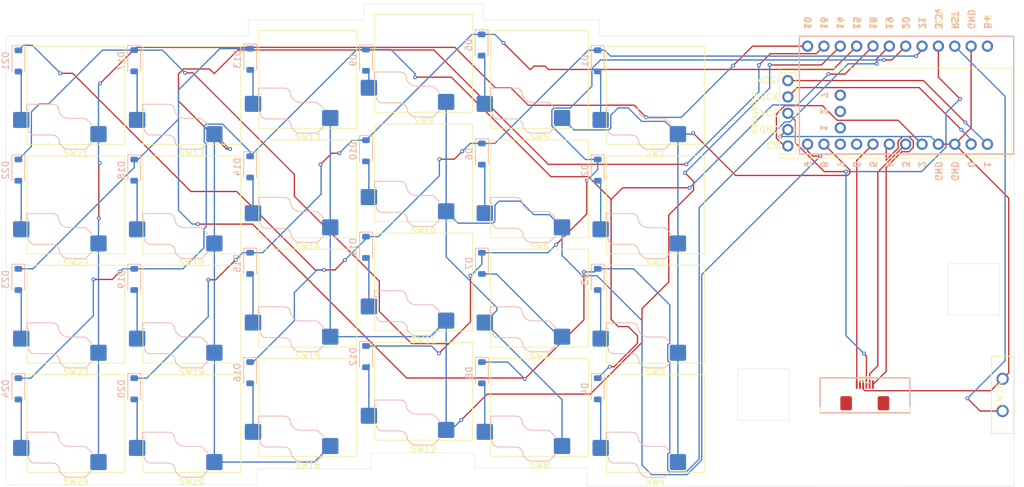
<source format=kicad_pcb>
(kicad_pcb (version 20241229) (generator "pcbnew") (generator_version "9.0")
  (layers (0 "F.Cu" signal) (2 "B.Cu" signal) (13 "F.Paste" user) (15 "B.Paste" user) (5 "F.SilkS" user "F.Silkscreen") (7 "B.SilkS" user "B.Silkscreen") (1 "F.Mask" user) (3 "B.Mask" user) (25 "Edge.Cuts" user))
  (net 0 "")
  (net 1 "Net-(D1-A)")
  (net 2 "/col0")
  (net 3 "Net-(D2-A)")
  (net 4 "/col1")
  (net 5 "Net-(D3-A)")
  (net 6 "/col2")
  (net 7 "Net-(D4-A)")
  (net 8 "/col3")
  (net 9 "Net-(D5-A)")
  (net 10 "/col4")
  (net 11 "Net-(D6-A)")
  (net 12 "Net-(D7-A)")
  (net 13 "Net-(D8-A)")
  (net 14 "Net-(D9-A)")
  (net 15 "Net-(D10-A)")
  (net 16 "Net-(D11-A)")
  (net 17 "Net-(D12-A)")
  (net 18 "Net-(D13-A)")
  (net 19 "Net-(D14-A)")
  (net 20 "Net-(D15-A)")
  (net 21 "Net-(D16-A)")
  (net 22 "Net-(D17-A)")
  (net 23 "Net-(D18-A)")
  (net 24 "Net-(D19-A)")
  (net 25 "Net-(D20-A)")
  (net 26 "Net-(D21-A)")
  (net 27 "/vcc")
  (net 28 "/gnd")
  (net 29 "/mosi")
  (net 30 "/cs")
  (net 31 "/sck")
  (net 32 "/rst")
  (net 33 "/row0")
  (net 34 "/row1")
  (net 35 "/row2")
  (net 36 "/row3")
  (net 37 "/row4")
  (net 42 "/scl")
  (net 43 "/rdy")
  (net 44 "/sda")
  (net 48 "Net-(D22-A)")
  (net 49 "Net-(D23-A)")
  (net 50 "Net-(D24-A)")
  (footprint "Trackballs:TPS43" (layer "F.Cu") (at 209.88 107.65)
    (property "Reference" "U2")
    (property "Value" "~")
  )
  (footprint "ScottoKeebs_Hotswap:Hotswap_Choc_V1_1.00u" (layer "F.Cu") (at 105.35 79.95 180)
    (property "Reference" "SW18")
    (property "Value" "Switch")
  )
  (footprint "ScottoKeebs_Hotswap:Hotswap_Choc_V1_1.00u" (layer "F.Cu") (at 159.35 94.45 180)
    (property "Reference" "SW7")
    (property "Value" "Switch")
  )
  (footprint "ScottoKeebs_Hotswap:Hotswap_Choc_V1_1.00u" (layer "F.Cu") (at 123.35 111.45 180)
    (property "Reference" "SW16")
    (property "Value" "Switch")
  )
  (footprint "ScottoKeebs_Hotswap:Hotswap_Choc_V1_1.00u" (layer "F.Cu") (at 87.35 113.95 180)
    (property "Reference" "SW24")
    (property "Value" "Switch")
  )
  (footprint "ScottoKeebs_Hotswap:Hotswap_Choc_V1_1.00u" (layer "F.Cu") (at 105.35 62.95 180)
    (property "Reference" "SW17")
    (property "Value" "Switch")
  )
  (footprint "ScottoKeebs_Hotswap:Hotswap_Choc_V1_1.00u" (layer "F.Cu") (at 87.35 96.95 180)
    (property "Reference" "SW23")
    (property "Value" "Switch")
  )
  (footprint "ScottoKeebs_Hotswap:Hotswap_Choc_V1_1.00u" (layer "F.Cu") (at 123.35 60.45 180)
    (property "Reference" "SW13")
    (property "Value" "Switch")
  )
  (footprint "ScottoKeebs_Hotswap:Hotswap_Choc_V1_1.00u" (layer "F.Cu") (at 123.35 77.45 180)
    (property "Reference" "SW14")
    (property "Value" "Switch")
  )
  (footprint "ScottoKeebs_Hotswap:Hotswap_Choc_V1_1.00u" (layer "F.Cu") (at 87.35 62.95 180)
    (property "Reference" "SW21")
    (property "Value" "Switch")
  )
  (footprint "ScottoKeebs_Hotswap:Hotswap_Choc_V1_1.00u" (layer "F.Cu") (at 177.35 113.95 180)
    (property "Reference" "SW4")
    (property "Value" "Switch")
  )
  (footprint "ScottoKeebs_Hotswap:Hotswap_Choc_V1_1.00u" (layer "F.Cu") (at 87.35 79.95 180)
    (property "Reference" "SW22")
    (property "Value" "Switch")
  )
  (footprint "ScottoKeebs_Hotswap:Hotswap_Choc_V1_1.00u" (layer "F.Cu") (at 159.35 60.45 180)
    (property "Reference" "SW5")
    (property "Value" "Switch")
  )
  (footprint "nice_view:nice_view" (layer "F.Cu") (at 214.155 65.71 -90)
    (property "Reference" "Display1")
    (property "Value" "nice!view")
  )
  (footprint "ScottoKeebs_Hotswap:Hotswap_Choc_V1_1.00u" (layer "F.Cu") (at 105.35 96.95 180)
    (property "Reference" "SW19")
    (property "Value" "Switch")
  )
  (footprint "ScottoKeebs_Hotswap:Hotswap_Choc_V1_1.00u" (layer "F.Cu") (at 141.35 91.95 180)
    (property "Reference" "SW11")
    (property "Value" "Switch")
  )
  (footprint "ScottoKeebs_Hotswap:Hotswap_Choc_V1_1.00u" (layer "F.Cu") (at 105.35 113.95 180)
    (property "Reference" "SW20")
    (property "Value" "Switch")
  )
  (footprint "ScottoKeebs_Hotswap:Hotswap_Choc_V1_1.00u" (layer "F.Cu") (at 141.35 74.95 180)
    (property "Reference" "SW10")
    (property "Value" "Switch")
  )
  (footprint "ScottoKeebs_Hotswap:Hotswap_Choc_V1_1.00u" (layer "F.Cu") (at 141.35 108.95 180)
    (property "Reference" "SW12")
    (property "Value" "Switch")
  )
  (footprint "ScottoKeebs_Hotswap:Hotswap_Choc_V1_1.00u" (layer "F.Cu") (at 141.35 57.95 180)
    (property "Reference" "SW9")
    (property "Value" "Switch")
  )
  (footprint "ScottoKeebs_Hotswap:Hotswap_Choc_V1_1.00u" (layer "F.Cu") (at 123.35 94.45 180)
    (property "Reference" "SW15")
    (property "Value" "Switch")
  )
  (footprint "Custom Switches:Generic 2 Pin Horizontal" (layer "F.Cu") (at 231.28 109.51 90)
    (property "Reference" "SW26")
    (property "Value" "Switch")
  )
  (footprint "ScottoKeebs_Hotswap:Hotswap_Choc_V1_1.00u" (layer "F.Cu") (at 159.35 77.45 180)
    (property "Reference" "SW6")
    (property "Value" "Switch")
  )
  (footprint "ScottoKeebs_Hotswap:Hotswap_Choc_V1_1.00u" (layer "F.Cu") (at 177.35 62.95 180)
    (property "Reference" "SW1")
    (property "Value" "Switch")
  )
  (footprint "ScottoKeebs_Hotswap:Hotswap_Choc_V1_1.00u" (layer "F.Cu") (at 177.35 79.95 180)
    (property "Reference" "SW2")
    (property "Value" "Switch")
  )
  (footprint "ScottoKeebs_Hotswap:Hotswap_Choc_V1_1.00u" (layer "F.Cu") (at 159.35 111.45 180)
    (property "Reference" "SW8")
    (property "Value" "Switch")
  )
  (footprint "ScottoKeebs_Hotswap:Hotswap_Choc_V1_1.00u" (layer "F.Cu") (at 177.35 96.95 180)
    (property "Reference" "SW3")
    (property "Value" "Switch")
  )
  (footprint "Diode_SMD:D_SOD-123" (layer "B.Cu") (at 168.4 108.55 -90)
    (property "Reference" "D4")
    (property "Value" "Diode")
  )
  (footprint "Diode_SMD:D_SOD-123" (layer "B.Cu") (at 96.4 91.55 -90)
    (property "Reference" "D19")
    (property "Value" "Diode")
  )
  (footprint "Diode_SMD:D_SOD-123" (layer "B.Cu") (at 78.41 57.5775 -90)
    (property "Reference" "D21")
    (property "Value" "Diode")
  )
  (footprint "Diode_SMD:D_SOD-123" (layer "B.Cu") (at 114.4 106.05 -90)
    (property "Reference" "D16")
    (property "Value" "Diode")
  )
  (footprint "Diode_SMD:D_SOD-123" (layer "B.Cu") (at 78.4 74.55 -90)
    (property "Reference" "D22")
    (property "Value" "Diode")
  )
  (footprint "ScottoKeebs_MCU:Nice_Nano_V2" (layer "B.Cu") (at 215.24 62.9 90)
    (property "Reference" "U1" (hide yes))
    (property "Value" "Nice_Nano_V2" (hide yes))
  )
  (footprint "Diode_SMD:D_SOD-123" (layer "B.Cu") (at 132.4 71.55 -90)
    (property "Reference" "D10")
    (property "Value" "Diode")
  )
  (footprint "Diode_SMD:D_SOD-123" (layer "B.Cu") (at 168.4 74.55 -90)
    (property "Reference" "D2")
    (property "Value" "Diode")
  )
  (footprint "Diode_SMD:D_SOD-123" (layer "B.Cu") (at 168.39 57.56 -90)
    (property "Reference" "D1")
    (property "Value" "Diode")
  )
  (footprint "Diode_SMD:D_SOD-123" (layer "B.Cu") (at 96.39 57.54 -90)
    (property "Reference" "D17")
    (property "Value" "Diode")
  )
  (footprint "Diode_SMD:D_SOD-123" (layer "B.Cu") (at 150.4 106.05 -90)
    (property "Reference" "D8")
    (property "Value" "Diode")
  )
  (footprint "Diode_SMD:D_SOD-123" (layer "B.Cu") (at 114.4 74.05 -90)
    (property "Reference" "D14")
    (property "Value" "Diode")
  )
  (footprint "Diode_SMD:D_SOD-123" (layer "B.Cu") (at 150.4 72.05 -90)
    (property "Reference" "D6")
    (property "Value" "Diode")
  )
  (footprint "Diode_SMD:D_SOD-123" (layer "B.Cu") (at 150.36 55.1 -90)
    (property "Reference" "D5")
    (property "Value" "Diode")
  )
  (footprint "Diode_SMD:D_SOD-123" (layer "B.Cu") (at 150.4 89.05 -90)
    (property "Reference" "D7")
    (property "Value" "Diode")
  )
  (footprint "Diode_SMD:D_SOD-123" (layer "B.Cu") (at 132.4 103.55 -90)
    (property "Reference" "D12")
    (property "Value" "Diode")
  )
  (footprint "Diode_SMD:D_SOD-123" (layer "B.Cu") (at 78.4 108.55 -90)
    (property "Reference" "D24")
    (property "Value" "Diode")
  )
  (footprint "Diode_SMD:D_SOD-123" (layer "B.Cu") (at 132.4 86.55 -90)
    (property "Reference" "D11")
    (property "Value" "Diode")
  )
  (footprint "Diode_SMD:D_SOD-123" (layer "B.Cu") (at 78.4 91.55 -90)
    (property "Reference" "D23")
    (property "Value" "Diode")
  )
  (footprint "Diode_SMD:D_SOD-123" (layer "B.Cu") (at 96.4 74.55 -90)
    (property "Reference" "D18")
    (property "Value" "Diode")
  )
  (footprint "Diode_SMD:D_SOD-123" (layer "B.Cu") (at 114.42 57.3125 -90)
    (property "Reference" "D13")
    (property "Value" "Diode")
  )
  (footprint "Diode_SMD:D_SOD-123" (layer "B.Cu") (at 168.4 91.55 -90)
    (property "Reference" "D3")
    (property "Value" "Diode")
  )
  (footprint "Diode_SMD:D_SOD-123" (layer "B.Cu") (at 132.4 57.46 -90)
    (property "Reference" "D9")
    (property "Value" "Diode")
  )
  (footprint "Diode_SMD:D_SOD-123" (layer "B.Cu") (at 96.4 108.55 -90)
    (property "Reference" "D20")
    (property "Value" "Diode")
  )
  (footprint "Diode_SMD:D_SOD-123" (layer "B.Cu") (at 114.4 89.05 -90)
    (property "Reference" "D15")
    (property "Value" "Diode")
  )
  (gr_line (start 114.1 53.7) (end 114.1 51.2) (stroke (width 0.05)) (layer "Edge.Cuts"))
  (gr_line (start 150.6 51.2) (end 168.6 51.2) (stroke (width 0.05)) (layer "Edge.Cuts"))
  (gr_line (start 149.275 120.85) (end 166.775 120.85) (stroke (width 0.05)) (layer "Edge.Cuts"))
  (gr_line (start 233.1 53.7) (end 233.1 71.2) (stroke (width 0.05)) (layer "Edge.Cuts"))
  (gr_line (start 216.6 53.7) (end 168.6 53.7) (stroke (width 0.05)) (layer "Edge.Cuts"))
  (gr_line (start 114.1 51.2) (end 131.775 51.2) (stroke (width 0.05)) (layer "Edge.Cuts"))
  (gr_line (start 115.5 122.725) (end 115.5 121) (stroke (width 0.05)) (layer "Edge.Cuts"))
  (gr_line (start 149.275 118.525) (end 149.275 120.85) (stroke (width 0.05)) (layer "Edge.Cuts"))
  (gr_line (start 130.5 121) (end 133.25 121) (stroke (width 0.05)) (layer "Edge.Cuts"))
  (gr_line (start 150.6 48.7) (end 150.6 51.2) (stroke (width 0.05)) (layer "Edge.Cuts"))
  (gr_line (start 77.1 53.7) (end 76.5 53.7) (stroke (width 0.05)) (layer "Edge.Cuts"))
  (gr_line (start 133.25 118.525) (end 149.275 118.525) (stroke (width 0.05)) (layer "Edge.Cuts"))
  (gr_line (start 76.5 74.75) (end 76.5 123.5) (stroke (width 0.05)) (layer "Edge.Cuts"))
  (gr_line (start 233.1 53.7) (end 216.6 53.7) (stroke (width 0.05)) (layer "Edge.Cuts"))
  (gr_line (start 114.35 123.5) (end 115.5 123.5) (stroke (width 0.05)) (layer "Edge.Cuts"))
  (gr_line (start 233.1 71.2) (end 233.1 123.69) (stroke (width 0.05)) (layer "Edge.Cuts"))
  (gr_line (start 132.1 51.2) (end 131.775 51.2) (stroke (width 0.05)) (layer "Edge.Cuts"))
  (gr_line (start 132.1 48.7) (end 150.6 48.7) (stroke (width 0.05)) (layer "Edge.Cuts"))
  (gr_line (start 130.5 121) (end 115.5 121) (stroke (width 0.05)) (layer "Edge.Cuts"))
  (gr_line (start 115.5 123.5) (end 115.5 122.725) (stroke (width 0.05)) (layer "Edge.Cuts"))
  (gr_line (start 76.5 71.5) (end 76.5 71.2) (stroke (width 0.05)) (layer "Edge.Cuts"))
  (gr_line (start 166.775 120.85) (end 166.775 123.68) (stroke (width 0.05)) (layer "Edge.Cuts"))
  (gr_line (start 76.5 74.75) (end 76.5 71.5) (stroke (width 0.05)) (layer "Edge.Cuts"))
  (gr_line (start 76.5 71.2) (end 76.5 53.7) (stroke (width 0.05)) (layer "Edge.Cuts"))
  (gr_line (start 166.775 123.68) (end 233.1 123.69) (stroke (width 0.05)) (layer "Edge.Cuts"))
  (gr_line (start 132.1 48.7) (end 132.1 51.2) (stroke (width 0.05)) (layer "Edge.Cuts"))
  (gr_line (start 76.5 123.5) (end 77.1 123.5) (stroke (width 0.05)) (layer "Edge.Cuts"))
  (gr_line (start 168.6 51.2) (end 168.6 53.7) (stroke (width 0.05)) (layer "Edge.Cuts"))
  (gr_rect (start 190.12 105.47) (end 198.12 113.47) (stroke (width 0.05)) (fill no) (layer "Edge.Cuts"))
  (gr_line (start 133.25 121) (end 133.25 118.525) (stroke (width 0.05)) (layer "Edge.Cuts"))
  (gr_line (start 114.35 123.5) (end 77.1 123.5) (stroke (width 0.05)) (layer "Edge.Cuts"))
  (gr_line (start 77.1 53.7) (end 114.1 53.7) (stroke (width 0.05)) (layer "Edge.Cuts"))
  (gr_rect (start 222.85 89.1) (end 230.85 97.1) (stroke (width 0.05)) (fill no) (layer "Edge.Cuts"))
  (segment (start 168.85 66.75) (end 168.85 59.67) (width 0.2) (layer "B.Cu") (net 1))
  (segment (start 168.85 59.67) (end 168.39 59.21) (width 0.2) (layer "B.Cu") (net 1))
  (segment (start 125.875 90.075) (end 127.575 90.075) (width 0.2) (layer "F.Cu") (net 2))
  (segment (start 124.521935 90.075) (end 125.875 90.075) (width 0.2) (layer "F.Cu") (net 2))
  (segment (start 127.575 90.075) (end 129.125 88.525) (width 0.2) (layer "F.Cu") (net 2))
  (segment (start 143.8 72.85) (end 146.125 72.85) (width 0.2) (layer "F.Cu") (net 2))
  (segment (start 146.125 72.85) (end 147.35 71.625) (width 0.2) (layer "F.Cu") (net 2))
  (segment (start 84.925 59.5) (end 86.835907 59.5) (width 0.2) (layer "F.Cu") (net 2))
  (segment (start 112.320935 77.874) (end 124.521935 90.075) (width 0.2) (layer "F.Cu") (net 2))
  (segment (start 86.835907 59.5) (end 105.209907 77.874) (width 0.2) (layer "F.Cu") (net 2))
  (segment (start 218.77 55.28) (end 218.77 55.88) (width 0.2) (layer "F.Cu") (net 2))
  (segment (start 105.209907 77.874) (end 112.320935 77.874) (width 0.2) (layer "F.Cu") (net 2))
  (segment (start 218.77 55.88) (end 217.825 56.825) (width 0.2) (layer "F.Cu") (net 2))
  (via (at 217.825 56.825) (size 0.6) (drill 0.3) (layers "F.Cu" "B.Cu") (net 2))
  (via (at 147.35 71.625) (size 0.6) (drill 0.3) (layers "F.Cu" "B.Cu") (net 2))
  (via (at 143.8 72.85) (size 0.6) (drill 0.3) (layers "F.Cu" "B.Cu") (net 2))
  (via (at 129.125 88.525) (size 0.6) (drill 0.3) (layers "F.Cu" "B.Cu") (net 2))
  (via (at 125.875 90.075) (size 0.6) (drill 0.3) (layers "F.Cu" "B.Cu") (net 2))
  (via (at 84.925 59.5) (size 0.6) (drill 0.3) (layers "F.Cu" "B.Cu") (net 2))
  (segment (start 134.335907 84.9) (end 143.8 75.435907) (width 0.2) (layer "B.Cu") (net 2))
  (segment (start 121.274 93.590093) (end 124.789093 90.075) (width 0.2) (layer "B.Cu") (net 2))
  (segment (start 169.46 55.91) (end 168.39 55.91) (width 0.2) (layer "B.Cu") (net 2))
  (segment (start 132.4 84.9) (end 134.335907 84.9) (width 0.2) (layer "B.Cu") (net 2))
  (segment (start 143.8 75.435907) (end 143.8 72.85) (width 0.2) (layer "B.Cu") (net 2))
  (segment (start 152.425 70.4) (end 166.915 55.91) (width 0.2) (layer "B.Cu") (net 2))
  (segment (start 114.853065 104.4) (end 121.274 97.979065) (width 0.2) (layer "B.Cu") (net 2))
  (segment (start 170.375 56.825) (end 169.46 55.91) (width 0.2) (layer "B.Cu") (net 2))
  (segment (start 217.825 56.825) (end 170.375 56.825) (width 0.2) (layer "B.Cu") (net 2))
  (segment (start 78.41 55.9275) (end 79.1985 55.139) (width 0.2) (layer "B.Cu") (net 2))
  (segment (start 129.125 88.525) (end 132.4 85.25) (width 0.2) (layer "B.Cu") (net 2))
  (segment (start 166.915 55.91) (end 168.39 55.91) (width 0.2) (layer "B.Cu") (net 2))
  (segment (start 147.35 71.625) (end 148.575 70.4) (width 0.2) (layer "B.Cu") (net 2))
  (segment (start 150.4 70.4) (end 152.425 70.4) (width 0.2) (layer "B.Cu") (net 2))
  (segment (start 148.575 70.4) (end 150.4 70.4) (width 0.2) (layer "B.Cu") (net 2))
  (segment (start 80.564 55.139) (end 84.925 59.5) (width 0.2) (layer "B.Cu") (net 2))
  (segment (start 114.4 104.4) (end 114.853065 104.4) (width 0.2) (layer "B.Cu") (net 2))
  (segment (start 132.4 85.25) (end 132.4 84.9) (width 0.2) (layer "B.Cu") (net 2))
  (segment (start 124.789093 90.075) (end 125.875 90.075) (width 0.2) (layer "B.Cu") (net 2))
  (segment (start 121.274 97.979065) (end 121.274 93.590093) (width 0.2) (layer "B.Cu") (net 2))
  (segment (start 79.1985 55.139) (end 80.564 55.139) (width 0.2) (layer "B.Cu") (net 2))
  (segment (start 168.85 76.65) (end 168.4 76.2) (width 0.2) (layer "B.Cu") (net 3))
  (segment (start 168.85 83.75) (end 168.85 76.65) (width 0.2) (layer "B.Cu") (net 3))
  (segment (start 161.9 86.15) (end 166.7 81.35) (width 0.2) (layer "F.Cu") (net 4))
  (segment (start 134.474 96.527065) (end 139.471935 101.525) (width 0.2) (layer "F.Cu") (net 4))
  (segment (start 148.625 98.15) (end 148.625 90.975) (width 0.2) (layer "F.Cu") (net 4))
  (segment (start 121.274 78.620935) (end 134.474 91.820935) (width 0.2) (layer "F.Cu") (net 4))
  (segment (start 139.471935 101.525) (end 145.25 101.525) (width 0.2) (layer "F.Cu") (net 4))
  (segment (start 143.725 103.05) (end 145.25 101.525) (width 0.2) (layer "F.Cu") (net 4))
  (segment (start 214.085 57.425) (end 212.825 57.425) (width 0.2) (layer "F.Cu") (net 4))
  (segment (start 166.7 81.35) (end 166.7 76.175) (width 0.2) (layer "F.Cu") (net 4))
  (segment (start 145.25 101.525) (end 148.625 98.15) (width 0.2) (layer "F.Cu") (net 4))
  (segment (start 105.485108 59.425) (end 121.274 75.213892) (width 0.2) (layer "F.Cu") (net 4))
  (segment (start 216.23 55.28) (end 214.085 57.425) (width 0.2) (layer "F.Cu") (net 4))
  (segment (start 134.474 91.820935) (end 134.474 96.527065) (width 0.2) (layer "F.Cu") (net 4))
  (segment (start 104.3 59.425) (end 105.485108 59.425) (width 0.2) (layer "F.Cu") (net 4))
  (segment (start 121.274 75.213892) (end 121.274 78.620935) (width 0.2) (layer "F.Cu") (net 4))
  (via (at 166.7 76.175) (size 0.6) (drill 0.3) (layers "F.Cu" "B.Cu") (net 4))
  (via (at 104.3 59.425) (size 0.6) (drill 0.3) (layers "F.Cu" "B.Cu") (net 4))
  (via (at 148.625 90.975) (size 0.6) (drill 0.3) (layers "F.Cu" "B.Cu") (net 4))
  (via (at 143.725 103.05) (size 0.6) (drill 0.3) (layers "F.Cu" "B.Cu") (net 4))
  (via (at 212.825 57.425) (size 0.6) (drill 0.3) (layers "F.Cu" "B.Cu") (net 4))
  (via (at 161.9 86.15) (size 0.6) (drill 0.3) (layers "F.Cu" "B.Cu") (net 4))
  (segment (start 168.4 74.475) (end 168.4 72.9) (width 0.2) (layer "B.Cu") (net 4))
  (segment (start 161.58984 64.899) (end 161.274 65.21484) (width 0.2) (layer "B.Cu") (net 4))
  (segment (start 148.625 90.975) (end 150.4 89.2) (width 0.2) (layer "B.Cu") (net 4))
  (segment (start 80.426 65.5) (end 81.675 64.251) (width 0.2) (layer "B.Cu") (net 4))
  (segment (start 212.825 57.425) (end 168.82489 57.425) (width 0.2) (layer "B.Cu") (net 4))
  (segment (start 78.4 72.9) (end 80.426 70.874) (width 0.2) (layer "B.Cu") (net 4))
  (segment (start 161.274 65.21484) (end 161.274 67.68516) (width 0.2) (layer "B.Cu") (net 4))
  (segment (start 166.7 76.175) (end 168.4 74.475) (width 0.2) (layer "B.Cu") (net 4))
  (segment (start 91.474093 55.89) (end 96.39 55.89) (width 0.2) (layer "B.Cu") (net 4))
  (segment (start 83.113093 64.251) (end 91.474093 55.89) (width 0.2) (layer "B.Cu") (net 4))
  (segment (start 160.65 87.4) (end 161.9 86.15) (width 0.2) (layer "B.Cu") (net 4))
  (segment (start 96.39 55.89) (end 100.765 55.89) (width 0.2) (layer "B.Cu") (net 4))
  (segment (start 166.48884 72.9) (end 168.4 72.9) (width 0.2) (layer "B.Cu") (net 4))
  (segment (start 167.489 58.76089) (end 167.489 61.52016) (width 0.2) (layer "B.Cu") (net 4))
  (segment (start 164.11016 64.899) (end 161.58984 64.899) (width 0.2) (layer "B.Cu") (net 4))
  (segment (start 81.675 64.251) (end 83.113093 64.251) (width 0.2) (layer "B.Cu") (net 4))
  (segment (start 80.426 70.874) (end 80.426 65.5) (width 0.2) (layer "B.Cu") (net 4))
  (segment (start 167.489 61.52016) (end 164.11016 64.899) (width 0.2) (layer "B.Cu") (net 4))
  (segment (start 142.575 101.9) (end 143.725 103.05) (width 0.2) (layer "B.Cu") (net 4))
  (segment (start 168.82489 57.425) (end 167.489 58.76089) (width 0.2) (layer "B.Cu") (net 4))
  (segment (start 150.4 87.4) (end 160.65 87.4) (width 0.2) (layer "B.Cu") (net 4))
  (segment (start 150.4 89.2) (end 150.4 87.4) (width 0.2) (layer "B.Cu") (net 4))
  (segment (start 132.4 101.9) (end 142.575 101.9) (width 0.2) (layer "B.Cu") (net 4))
  (segment (start 161.274 67.68516) (end 166.48884 72.9) (width 0.2) (layer "B.Cu") (net 4))
  (segment (start 100.765 55.89) (end 104.3 59.425) (width 0.2) (layer "B.Cu") (net 4))
  (segment (start 168.85 93.65) (end 168.4 93.2) (width 0.2) (layer "B.Cu") (net 5))
  (segment (start 168.85 100.75) (end 168.85 93.65) (width 0.2) (layer "B.Cu") (net 5))
  (segment (start 166.25 97.825) (end 166.25 90.375) (width 0.2) (layer "F.Cu") (net 6))
  (segment (start 213.69 55.28) (end 211.75 57.22) (width 0.2) (layer "F.Cu") (net 6))
  (segment (start 106.275 82.95) (end 114.785907 82.95) (width 0.2) (layer "F.Cu") (net 6))
  (segment (start 156.899 106.874) (end 157.05 107.025) (width 0.2) (layer "F.Cu") (net 6))
  (segment (start 138.709907 106.874) (end 156.899 106.874) (width 0.2) (layer "F.Cu") (net 6))
  (segment (start 114.785907 82.95) (end 138.709907 106.874) (width 0.2) (layer "F.Cu") (net 6))
  (segment (start 157.05 107.025) (end 166.25 97.825) (width 0.2) (layer "F.Cu") (net 6))
  (segment (start 211.75 57.22) (end 211.75 58.025) (width 0.2) (layer "F.Cu") (net 6))
  (via (at 166.25 90.375) (size 0.6) (drill 0.3) (layers "F.Cu" "B.Cu") (net 6))
  (via (at 157.05 107.025) (size 0.6) (drill 0.3) (layers "F.Cu" "B.Cu") (net 6))
  (via (at 211.75 58.025) (size 0.6) (drill 0.3) (layers "F.Cu" "B.Cu") (net 6))
  (via (at 106.275 82.95) (size 0.6) (drill 0.3) (layers "F.Cu" "B.Cu") (net 6))
  (segment (start 207.274954 58.025) (end 198.227254 67.0727) (width 0.2) (layer "B.Cu") (net 6))
  (segment (start 166.25 90.375) (end 167.925 90.375) (width 0.2) (layer "B.Cu") (net 6))
  (segment (start 97 72.9) (end 103.274 66.626) (width 0.2) (layer "B.Cu") (net 6))
  (segment (start 109.701593 55.6625) (end 114.42 55.6625) (width 0.2) (layer "B.Cu") (net 6))
  (segment (start 179.58984 101.399) (end 179.58984 95.51484) (width 0.2) (layer "B.Cu") (net 6))
  (segment (start 80.646935 89.9) (end 96.4 74.146935) (width 0.2) (layer "B.Cu") (net 6))
  (segment (start 103.274 66.626) (end 103.274 62.090093) (width 0.2) (layer "B.Cu") (net 6))
  (segment (start 103.274 80.809907) (end 105.414093 82.95) (width 0.2) (layer "B.Cu") (net 6))
  (segment (start 179.58984 95.51484) (end 173.975 89.9) (width 0.2) (layer "B.Cu") (net 6))
  (segment (start 150.4 104.4) (end 154.425 104.4) (width 0.2) (layer "B.Cu") (net 6))
  (segment (start 78.4 89.9) (end 80.646935 89.9) (width 0.2) (layer "B.Cu") (net 6))
  (segment (start 179.274 121.18516) (end 179.274 118.71484) (width 0.2) (layer "B.Cu") (net 6))
  (segment (start 179.274 118.71484) (end 179.58984 118.399) (width 0.2) (layer "B.Cu") (net 6))
  (segment (start 197.437346 67.0727) (end 184.151 80.359046) (width 0.2) (layer "B.Cu") (net 6))
  (segment (start 179.58984 104.501) (end 179.274 104.18516) (width 0.2) (layer "B.Cu") (net 6))
  (segment (start 179.274 101.71484) (end 179.58984 101.399) (width 0.2) (layer "B.Cu") (net 6))
  (segment (start 154.425 104.4) (end 157.05 107.025) (width 0.2) (layer "B.Cu") (net 6))
  (segment (start 179.58984 118.399) (end 179.58984 104.501) (width 0.2) (layer "B.Cu") (net 6))
  (segment (start 211.75 58.025) (end 207.274954 58.025) (width 0.2) (layer "B.Cu") (net 6))
  (segment (start 198.227254 67.0727) (end 197.437346 67.0727) (width 0.2) (layer "B.Cu") (net 6))
  (segment (start 167.925 90.375) (end 168.4 89.9) (width 0.2) (layer "B.Cu") (net 6))
  (segment (start 179.58984 121.501) (end 179.274 121.18516) (width 0.2) (layer "B.Cu") (net 6))
  (segment (start 179.274 104.18516) (end 179.274 101.71484) (width 0.2) (layer "B.Cu") (net 6))
  (segment (start 182.11016 121.501) (end 179.58984 121.501) (width 0.2) (layer "B.Cu") (net 6))
  (segment (start 96.4 74.146935) (end 96.4 72.9) (width 0.2) (layer "B.Cu") (net 6))
  (segment (start 103.274 62.090093) (end 109.701593 55.6625) (width 0.2) (layer "B.Cu") (net 6))
  (segment (start 184.151 80.359046) (end 184.151 119.46016) (width 0.2) (layer "B.Cu") (net 6))
  (segment (start 103.274 66.626) (end 103.274 80.809907) (width 0.2) (layer "B.Cu") (net 6))
  (segment (start 105.414093 82.95) (end 106.275 82.95) (width 0.2) (layer "B.Cu") (net 6))
  (segment (start 173.975 89.9) (end 168.4 89.9) (width 0.2) (layer "B.Cu") (net 6))
  (segment (start 184.151 119.46016) (end 182.11016 121.501) (width 0.2) (layer "B.Cu") (net 6))
  (segment (start 96.4 72.9) (end 97 72.9) (width 0.2) (layer "B.Cu") (net 6))
  (segment (start 168.85 110.65) (end 168.4 110.2) (width 0.2) (layer "B.Cu") (net 7))
  (segment (start 168.85 117.75) (end 168.85 110.65) (width 0.2) (layer "B.Cu") (net 7))
  (segment (start 170.474 97.775065) (end 171.572935 98.874) (width 0.2) (layer "F.Cu") (net 8))
  (segment (start 161.134108 75.574) (end 166.948943 75.574) (width 0.2) (layer "F.Cu") (net 8))
  (segment (start 211.15 55.28) (end 206.805 59.625) (width 0.2) (layer "F.Cu") (net 8))
  (segment (start 172.273057 77.3) (end 170.474 79.099057) (width 0.2) (layer "F.Cu") (net 8))
  (segment (start 170.925 105.125) (end 174.575 101.475) (width 0.2) (layer "F.Cu") (net 8))
  (segment (start 92.975 91.55) (end 94.2 90.325) (width 0.2) (layer "F.Cu") (net 8))
  (segment (start 171.572935 98.874) (end 173.127065 98.874) (width 0.2) (layer "F.Cu") (net 8))
  (segment (start 174.575 100.321935) (end 174.575 101.475) (width 0.2) (layer "F.Cu") (net 8))
  (segment (start 170.474 79.099057) (end 170.474 97.775065) (width 0.2) (layer "F.Cu") (net 8))
  (segment (start 206.805 59.625) (end 204.225 59.625) (width 0.2) (layer "F.Cu") (net 8))
  (segment (start 90.05 91.55) (end 92.975 91.55) (width 0.2) (layer "F.Cu") (net 8))
  (segment (start 182.675 77.3) (end 172.273057 77.3) (width 0.2) (layer "F.Cu") (net 8))
  (segment (start 145.660108 60.1) (end 161.134108 75.574) (width 0.2) (layer "F.Cu") (net 8))
  (segment (start 173.127065 98.874) (end 174.575 100.321935) (width 0.2) (layer "F.Cu") (net 8))
  (segment (start 166.948943 75.574) (end 170.474 79.099057) (width 0.2) (layer "F.Cu") (net 8))
  (segment (start 170.275 105.125) (end 170.925 105.125) (width 0.2) (layer "F.Cu") (net 8))
  (segment (start 140.025 60.1) (end 145.660108 60.1) (width 0.2) (layer "F.Cu") (net 8))
  (via (at 170.275 105.125) (size 0.6) (drill 0.3) (layers "F.Cu" "B.Cu") (net 8))
  (via (at 182.675 77.3) (size 0.6) (drill 0.3) (layers "F.Cu" "B.Cu") (net 8))
  (via (at 140.025 60.1) (size 0.6) (drill 0.3) (layers "F.Cu" "B.Cu") (net 8))
  (via (at 90.05 91.55) (size 0.6) (drill 0.3) (layers "F.Cu" "B.Cu") (net 8))
  (via (at 94.2 90.325) (size 0.6) (drill 0.3) (layers "F.Cu" "B.Cu") (net 8))
  (via (at 204.225 59.625) (size 0.6) (drill 0.3) (layers "F.Cu" "B.Cu") (net 8))
  (segment (start 204.225 59.625) (end 199.425 64.425) (width 0.2) (layer "B.Cu") (net 8))
  (segment (start 168.4 106.9) (end 170.175 105.125) (width 0.2) (layer "B.Cu") (net 8))
  (segment (start 103.953065 89.9) (end 107.226 86.627065) (width 0.2) (layer "B.Cu") (net 8))
  (segment (start 110.124 67.399) (end 114.4 71.675) (width 0.2) (layer "B.Cu") (net 8))
  (segment (start 107.58984 83.33516) (end 107.58984 70.501) (width 0.2) (layer "B.Cu") (net 8))
  (segment (start 107.274 67.71484) (end 107.58984 67.399) (width 0.2) (layer "B.Cu") (net 8))
  (segment (start 107.58984 67.399) (end 110.124 67.399) (width 0.2) (layer "B.Cu") (net 8))
  (segment (start 96.4 89.9) (end 103.953065 89.9) (width 0.2) (layer "B.Cu") (net 8))
  (segment (start 107.274 70.18516) (end 107.274 67.71484) (width 0.2) (layer "B.Cu") (net 8))
  (segment (start 107.58984 70.501) (end 107.274 70.18516) (width 0.2) (layer "B.Cu") (net 8))
  (segment (start 94.625 89.9) (end 96.4 89.9) (width 0.2) (layer "B.Cu") (net 8))
  (segment (start 80.335907 106.9) (end 90.05 97.185907) (width 0.2) (layer "B.Cu") (net 8))
  (segment (start 136.274093 55.81) (end 140.025 59.560907) (width 0.2) (layer "B.Cu") (net 8))
  (segment (start 132.4 55.81) (end 136.274093 55.81) (width 0.2) (layer "B.Cu") (net 8))
  (segment (start 90.05 97.185907) (end 90.05 91.55) (width 0.2) (layer "B.Cu") (net 8))
  (segment (start 107.226 86.627065) (end 107.226 83.699) (width 0.2) (layer "B.Cu") (net 8))
  (segment (start 130.99 55.81) (end 132.4 55.81) (width 0.2) (layer "B.Cu") (net 8))
  (segment (start 195.55 64.425) (end 182.675 77.3) (width 0.2) (layer "B.Cu") (net 8))
  (segment (start 94.2 90.325) (end 94.625 89.9) (width 0.2) (layer "B.Cu") (net 8))
  (segment (start 114.4 71.675) (end 114.4 72.4) (width 0.2) (layer "B.Cu") (net 8))
  (segment (start 170.175 105.125) (end 170.275 105.125) (width 0.2) (layer "B.Cu") (net 8))
  (segment (start 199.425 64.425) (end 195.55 64.425) (width 0.2) (layer "B.Cu") (net 8))
  (segment (start 114.4 72.4) (end 130.99 55.81) (width 0.2) (layer "B.Cu") (net 8))
  (segment (start 107.226 83.699) (end 107.58984 83.33516) (width 0.2) (layer "B.Cu") (net 8))
  (segment (start 140.025 59.560907) (end 140.025 60.1) (width 0.2) (layer "B.Cu") (net 8))
  (segment (start 78.4 106.9) (end 80.335907 106.9) (width 0.2) (layer "B.Cu") (net 8))
  (segment (start 150.85 57.24) (end 150.36 56.75) (width 0.2) (layer "B.Cu") (net 9))
  (segment (start 150.85 64.25) (end 150.85 57.24) (width 0.2) (layer "B.Cu") (net 9))
  (segment (start 160.735907 58.9) (end 160.209907 58.374) (width 0.2) (layer "F.Cu") (net 10))
  (segment (start 157.964093 58.9) (end 157.875 58.9) (width 0.2) (layer "F.Cu") (net 10))
  (segment (start 158.490093 58.374) (end 157.964093 58.9) (width 0.2) (layer "F.Cu") (net 10))
  (segment (start 125.325 73.675) (end 127.075 71.925) (width 0.2) (layer "F.Cu") (net 10))
  (segment (start 127.075 71.925) (end 128.25 71.925) (width 0.2) (layer "F.Cu") (net 10))
  (segment (start 204.99 58.9) (end 160.735907 58.9) (width 0.2) (layer "F.Cu") (net 10))
  (segment (start 109.05 91.6) (end 112.15 88.5) (width 0.2) (layer "F.Cu") (net 10))
  (segment (start 208.61 55.28) (end 204.99 58.9) (width 0.2) (layer "F.Cu") (net 10))
  (segment (start 107.9 91.6) (end 109.05 91.6) (width 0.2) (layer "F.Cu") (net 10))
  (segment (start 160.209907 58.374) (end 158.490093 58.374) (width 0.2) (layer "F.Cu") (net 10))
  (segment (start 157.875 58.9) (end 153.75 54.775) (width 0.2) (layer "F.Cu") (net 10))
  (via (at 153.75 54.775) (size 0.6) (drill 0.3) (layers "F.Cu" "B.Cu") (net 10))
  (via (at 125.325 73.675) (size 0.6) (drill 0.3) (layers "F.Cu" "B.Cu") (net 10))
  (via (at 107.9 91.6) (size 0.6) (drill 0.3) (layers "F.Cu" "B.Cu") (net 10))
  (via (at 112.15 88.5) (size 0.6) (drill 0.3) (layers "F.Cu" "B.Cu") (net 10))
  (via (at 128.25 71.925) (size 0.6) (drill 0.3) (layers "F.Cu" "B.Cu") (net 10))
  (segment (start 148.85 53.45) (end 150.36 53.45) (width 0.2) (layer "B.Cu") (net 10))
  (segment (start 153.75 54.775) (end 152.425 53.45) (width 0.2) (layer "B.Cu") (net 10))
  (segment (start 113.25 87.4) (end 114.4 87.4) (width 0.2) (layer "B.Cu") (net 10))
  (segment (start 128.25 71.925) (end 130.275 69.9) (width 0.2) (layer "B.Cu") (net 10))
  (segment (start 96.4 106.9) (end 98.335907 106.9) (width 0.2) (layer "B.Cu") (net 10))
  (segment (start 114.4 87.4) (end 116.335907 87.4) (width 0.2) (layer "B.Cu") (net 10))
  (segment (start 116.335907 87.4) (end 125.426 78.309907) (width 0.2) (layer "B.Cu") (net 10))
  (segment (start 132.4 69.9) (end 148.85 53.45) (width 0.2) (layer "B.Cu") (net 10))
  (segment (start 152.425 53.45) (end 150.36 53.45) (width 0.2) (layer "B.Cu") (net 10))
  (segment (start 125.426 73.776) (end 125.325 73.675) (width 0.2) (layer "B.Cu") (net 10))
  (segment (start 112.15 88.5) (end 113.25 87.4) (width 0.2) (layer "B.Cu") (net 10))
  (segment (start 130.275 69.9) (end 132.4 69.9) (width 0.2) (layer "B.Cu") (net 10))
  (segment (start 107.9 97.335907) (end 107.9 91.6) (width 0.2) (layer "B.Cu") (net 10))
  (segment (start 125.426 78.309907) (end 125.426 73.776) (width 0.2) (layer "B.Cu") (net 10))
  (segment (start 98.335907 106.9) (end 107.9 97.335907) (width 0.2) (layer "B.Cu") (net 10))
  (segment (start 150.85 81.25) (end 150.85 74.15) (width 0.2) (layer "B.Cu") (net 11))
  (segment (start 150.85 74.15) (end 150.4 73.7) (width 0.2) (layer "B.Cu") (net 11))
  (segment (start 162.414093 100.45) (end 152.664093 90.7) (width 0.2) (layer "B.Cu") (net 12))
  (segment (start 152.664093 90.7) (end 150.4 90.7) (width 0.2) (layer "B.Cu") (net 12))
  (segment (start 162.85 100.45) (end 162.414093 100.45) (width 0.2) (layer "B.Cu") (net 12))
  (segment (start 150.85 115.25) (end 150.85 108.15) (width 0.2) (layer "B.Cu") (net 13))
  (segment (start 150.85 108.15) (end 150.4 107.7) (width 0.2) (layer "B.Cu") (net 13))
  (segment (start 132.85 59.56) (end 132.4 59.11) (width 0.2) (layer "B.Cu") (net 14))
  (segment (start 132.85 61.75) (end 132.85 59.56) (width 0.2) (layer "B.Cu") (net 14))
  (segment (start 132.85 73.65) (end 132.4 73.2) (width 0.2) (layer "B.Cu") (net 15))
  (segment (start 132.85 78.75) (end 132.85 73.65) (width 0.2) (layer "B.Cu") (net 15))
  (segment (start 132.85 88.65) (end 132.4 88.2) (width 0.2) (layer "B.Cu") (net 16))
  (segment (start 132.85 95.75) (end 132.85 88.65) (width 0.2) (layer "B.Cu") (net 16))
  (segment (start 132.85 112.75) (end 132.85 104.77) (width 0.2) (layer "B.Cu") (net 17))
  (segment (start 132.85 104.77) (end 132.88 104.74) (width 0.2) (layer "B.Cu") (net 17))
  (segment (start 114.85 59.3925) (end 114.42 58.9625) (width 0.2) (layer "B.Cu") (net 18))
  (segment (start 114.85 64.25) (end 114.85 59.3925) (width 0.2) (layer "B.Cu") (net 18))
  (segment (start 114.85 76.15) (end 114.4 75.7) (width 0.2) (layer "B.Cu") (net 19))
  (segment (start 114.85 81.25) (end 114.85 76.15) (width 0.2) (layer "B.Cu") (net 19))
  (segment (start 114.85 91.15) (end 114.4 90.7) (width 0.2) (layer "B.Cu") (net 20))
  (segment (start 114.85 98.25) (end 114.85 91.15) (width 0.2) (layer "B.Cu") (net 20))
  (segment (start 114.85 108.15) (end 114.4 107.7) (width 0.2) (layer "B.Cu") (net 21))
  (segment (start 114.85 115.25) (end 114.85 108.15) (width 0.2) (layer "B.Cu") (net 21))
  (segment (start 96.85 66.75) (end 96.85 59.65) (width 0.2) (layer "B.Cu") (net 22))
  (segment (start 96.85 59.65) (end 96.39 59.19) (width 0.2) (layer "B.Cu") (net 22))
  (segment (start 96.85 76.65) (end 96.4 76.2) (width 0.2) (layer "B.Cu") (net 23))
  (segment (start 96.85 83.75) (end 96.85 76.65) (width 0.2) (layer "B.Cu") (net 23))
  (segment (start 96.85 100.75) (end 96.85 93.65) (width 0.2) (layer "B.Cu") (net 24))
  (segment (start 96.85 93.65) (end 96.4 93.2) (width 0.2) (layer "B.Cu") (net 24))
  (segment (start 96.85 110.65) (end 96.4 110.2) (width 0.2) (layer "B.Cu") (net 25))
  (segment (start 96.85 117.75) (end 96.85 110.65) (width 0.2) (layer "B.Cu") (net 25))
  (segment (start 78.85 59.6675) (end 78.41 59.2275) (width 0.2) (layer "B.Cu") (net 26))
  (segment (start 78.85 66.75) (end 78.85 59.6675) (width 0.2) (layer "B.Cu") (net 26))
  (segment (start 221.31 60.11) (end 224.675 63.475) (width 0.2) (layer "F.Cu") (net 27))
  (segment (start 210.13 107.9) (end 210.13 103.46) (width 0.2) (layer "F.Cu") (net 27))
  (segment (start 221.31 55.28) (end 221.31 60.11) (width 0.2) (layer "F.Cu") (net 27))
  (segment (start 210.13 103.46) (end 209.74 103.07) (width 0.2) (layer "F.Cu") (net 27))
  (segment (start 197.925 65.71) (end 199.1023 66.8873) (width 0.2) (layer "F.Cu") (net 27))
  (segment (start 199.1023 70.297254) (end 199.1023 66.8873) (width 0.2) (layer "F.Cu") (net 27))
  (segment (start 206.95 74.78) (end 203.585046 74.78) (width 0.2) (layer "F.Cu") (net 27))
  (segment (start 203.585046 74.78) (end 199.1023 70.297254) (width 0.2) (layer "F.Cu") (net 27))
  (via (at 206.95 74.78) (size 0.6) (drill 0.3) (layers "F.Cu" "B.Cu") (net 27))
  (via (at 209.74 103.07) (size 0.6) (drill 0.3) (layers "F.Cu" "B.Cu") (net 27))
  (via (at 224.675 63.475) (size 0.6) (drill 0.3) (layers "F.Cu" "B.Cu") (net 27))
  (segment (start 224.675 63.475) (end 222.4873 65.6627) (width 0.2) (layer "B.Cu") (net 27))
  (segment (start 209.74 103.07) (end 206.95 100.28) (width 0.2) (layer "B.Cu") (net 27))
  (segment (start 222.4873 65.6627) (end 222.4873 71.007654) (width 0.2) (layer "B.Cu") (net 27))
  (segment (start 218.714954 74.78) (end 206.95 74.78) (width 0.2) (layer "B.Cu") (net 27))
  (segment (start 206.95 100.28) (end 206.95 74.78) (width 0.2) (layer "B.Cu") (net 27))
  (segment (start 222.4873 71.007654) (end 218.714954 74.78) (width 0.2) (layer "B.Cu") (net 27))
  (segment (start 232.2325 78.9025) (end 223.85 70.52) (width 0.2) (layer "F.Cu") (net 28))
  (segment (start 226.39 55.28) (end 226.39 67.98) (width 0.2) (layer "F.Cu") (net 28))
  (segment (start 232.2325 106.0575) (end 232.2325 78.9025) (width 0.2) (layer "F.Cu") (net 28))
  (segment (start 221.31 70.52) (end 223.85 70.52) (width 0.2) (layer "F.Cu") (net 28))
  (segment (start 197.925 68.25) (end 197.825 68.25) (width 0.2) (layer "F.Cu") (net 28))
  (segment (start 209.880434 108.851) (end 229.439 108.851) (width 0.2) (layer "F.Cu") (net 28))
  (segment (start 197.825 68.25) (end 196.75 69.325) (width 0.2) (layer "F.Cu") (net 28))
  (segment (start 209.63 108.600566) (end 209.880434 108.851) (width 0.2) (layer "F.Cu") (net 28))
  (segment (start 226.39 67.98) (end 223.85 70.52) (width 0.2) (layer "F.Cu") (net 28))
  (segment (start 231.28 107.01) (end 232.2325 106.0575) (width 0.2) (layer "F.Cu") (net 28))
  (segment (start 229.439 108.851) (end 231.28 107.01) (width 0.2) (layer "F.Cu") (net 28))
  (segment (start 209.63 107.9) (end 209.63 108.600566) (width 0.2) (layer "F.Cu") (net 28))
  (via (at 196.75 69.325) (size 0.6) (drill 0.3) (layers "F.Cu" "B.Cu") (net 28))
  (segment (start 196.75 69.325) (end 220.115 69.325) (width 0.2) (layer "B.Cu") (net 28))
  (segment (start 220.115 69.325) (end 221.31 70.52) (width 0.2) (layer "B.Cu") (net 28))
  (segment (start 218.98 60.63) (end 225.5 67.15) (width 0.2) (layer "F.Cu") (net 29))
  (segment (start 197.925 60.63) (end 218.98 60.63) (width 0.2) (layer "F.Cu") (net 29))
  (via (at 225.5 67.15) (size 0.6) (drill 0.3) (layers "F.Cu" "B.Cu") (net 29))
  (segment (start 225.5 67.15) (end 227.325 68.975) (width 0.2) (layer "B.Cu") (net 29))
  (segment (start 227.325 68.975) (end 227.385 68.975) (width 0.2) (layer "B.Cu") (net 29))
  (segment (start 227.385 68.975) (end 228.93 70.52) (width 0.2) (layer "B.Cu") (net 29))
  (segment (start 205.582346 66.8027) (end 215.0527 66.8027) (width 0.2) (layer "F.Cu") (net 30))
  (segment (start 197.437346 64.5327) (end 203.312346 64.5327) (width 0.2) (layer "F.Cu") (net 30))
  (segment (start 196.149 69.573943) (end 196.149 65.821046) (width 0.2) (layer "F.Cu") (net 30))
  (segment (start 203.312346 64.5327) (end 205.582346 66.8027) (width 0.2) (layer "F.Cu") (net 30))
  (segment (start 197.365057 70.79) (end 196.149 69.573943) (width 0.2) (layer "F.Cu") (net 30))
  (segment (start 215.0527 66.8027) (end 218.77 70.52) (width 0.2) (layer "F.Cu") (net 30))
  (segment (start 196.149 65.821046) (end 197.437346 64.5327) (width 0.2) (layer "F.Cu") (net 30))
  (segment (start 197.925 70.79) (end 197.365057 70.79) (width 0.2) (layer "F.Cu") (net 30))
  (segment (start 199.3723 61.7227) (end 218.3227 61.7227) (width 0.2) (layer "F.Cu") (net 31))
  (segment (start 218.3227 61.7227) (end 224.875 68.275) (width 0.2) (layer "F.Cu") (net 31))
  (segment (start 197.925 63.17) (end 199.3723 61.7227) (width 0.2) (layer "F.Cu") (net 31))
  (via (at 224.875 68.275) (size 0.6) (drill 0.3) (layers "F.Cu" "B.Cu") (net 31))
  (segment (start 226.39 69.79) (end 226.39 70.52) (width 0.2) (layer "B.Cu") (net 31))
  (segment (start 224.875 68.275) (end 226.39 69.79) (width 0.2) (layer "B.Cu") (net 31))
  (segment (start 227.79 112.01) (end 225.82 110.04) (width 0.2) (layer "F.Cu") (net 32))
  (segment (start 231.28 112.01) (end 227.79 112.01) (width 0.2) (layer "F.Cu") (net 32))
  (via (at 225.82 110.04) (size 0.6) (drill 0.3) (layers "F.Cu" "B.Cu") (net 32))
  (segment (start 231.669 104.191) (end 231.669 63.099) (width 0.2) (layer "B.Cu") (net 32))
  (segment (start 231.669 63.099) (end 223.85 55.28) (width 0.2) (layer "B.Cu") (net 32))
  (segment (start 225.82 110.04) (end 231.669 104.191) (width 0.2) (layer "B.Cu") (net 32))
  (segment (start 207.551 75.028943) (end 207.198943 75.381) (width 0.2) (layer "F.Cu") (net 33))
  (segment (start 189.806 75.381) (end 183.225 68.8) (width 0.2) (layer "F.Cu") (net 33))
  (segment (start 207.551 74.531057) (end 207.551 75.028943) (width 0.2) (layer "F.Cu") (net 33))
  (segment (start 203.53 70.52) (end 203.539943 70.52) (width 0.2) (layer "F.Cu") (net 33))
  (segment (start 203.539943 70.52) (end 207.551 74.531057) (width 0.2) (layer "F.Cu") (net 33))
  (segment (start 207.198943 75.381) (end 189.806 75.381) (width 0.2) (layer "F.Cu") (net 33))
  (via (at 183.225 68.8) (size 0.6) (drill 0.3) (layers "F.Cu" "B.Cu") (net 33))
  (segment (start 164.701 68.301) (end 162.85 66.45) (width 0.2) (layer "B.Cu") (net 33))
  (segment (start 178.874 66.974) (end 175.227065 66.974) (width 0.2) (layer "B.Cu") (net 33))
  (segment (start 170.426 67.98516) (end 170.11016 68.301) (width 0.2) (layer "B.Cu") (net 33))
  (segment (start 173.127065 64.874) (end 171.572935 64.874) (width 0.2) (layer "B.Cu") (net 33))
  (segment (start 180.85 68.95) (end 178.874 66.974) (width 0.2) (layer "B.Cu") (net 33))
  (segment (start 175.227065 66.974) (end 173.127065 64.874) (width 0.2) (layer "B.Cu") (net 33))
  (segment (start 180.85 102.95) (end 180.85 85.95) (width 0.2) (layer "B.Cu") (net 33))
  (segment (start 170.11016 68.301) (end 164.701 68.301) (width 0.2) (layer "B.Cu") (net 33))
  (segment (start 183.225 68.8) (end 183.075 68.95) (width 0.2) (layer "B.Cu") (net 33))
  (segment (start 180.85 119.95) (end 180.85 102.95) (width 0.2) (layer "B.Cu") (net 33))
  (segment (start 171.572935 64.874) (end 170.426 66.020935) (width 0.2) (layer "B.Cu") (net 33))
  (segment (start 170.426 66.020935) (end 170.426 67.98516) (width 0.2) (layer "B.Cu") (net 33))
  (segment (start 183.075 68.95) (end 180.85 68.95) (width 0.2) (layer "B.Cu") (net 33))
  (segment (start 180.85 85.95) (end 180.85 68.95) (width 0.2) (layer "B.Cu") (net 33))
  (segment (start 201.8 72.375) (end 202.975 72.375) (width 0.2) (layer "F.Cu") (net 34))
  (segment (start 200.99 71.565) (end 201.8 72.375) (width 0.2) (layer "F.Cu") (net 34))
  (segment (start 200.99 70.52) (end 200.99 71.565) (width 0.2) (layer "F.Cu") (net 34))
  (via (at 202.975 72.375) (size 0.6) (drill 0.3) (layers "F.Cu" "B.Cu") (net 34))
  (segment (start 152.726 95.925943) (end 144.85 88.049943) (width 0.2) (layer "B.Cu") (net 34))
  (segment (start 146.701 82.801) (end 144.85 80.95) (width 0.2) (layer "B.Cu") (net 34))
  (segment (start 158.476 81.474) (end 156.376 79.374) (width 0.2) (layer "B.Cu") (net 34))
  (segment (start 152.726 96.374) (end 152.726 95.925943) (width 0.2) (layer "B.Cu") (net 34))
  (segment (start 168.2911 90.976) (end 166.001057 90.976) (width 0.2) (layer "B.Cu") (net 34))
  (segment (start 162.85 87.824943) (end 162.85 83.45) (width 0.2) (layer "B.Cu") (net 34))
  (segment (start 182.27626 121.902) (end 176.748935 121.902) (width 0.2) (layer "B.Cu") (net 34))
  (segment (start 153.06684 79.374) (end 152.426 80.01484) (width 0.2) (layer "B.Cu") (net 34))
  (segment (start 202.975 72.375) (end 184.552 90.798) (width 0.2) (layer "B.Cu") (net 34))
  (segment (start 175.274 120.427065) (end 175.274 97.9589) (width 0.2) (layer "B.Cu") (net 34))
  (segment (start 184.552 90.798) (end 184.552 119.62626) (width 0.2) (layer "B.Cu") (net 34))
  (segment (start 144.85 88.049943) (end 144.85 80.95) (width 0.2) (layer "B.Cu") (net 34))
  (segment (start 160.874 81.474) (end 158.476 81.474) (width 0.2) (layer "B.Cu") (net 34))
  (segment (start 152.426 82.48516) (end 152.11016 82.801) (width 0.2) (layer "B.Cu") (net 34))
  (segment (start 162.85 83.45) (end 160.874 81.474) (width 0.2) (layer "B.Cu") (net 34))
  (segment (start 150.85 98.25) (end 152.726 96.374) (width 0.2) (layer "B.Cu") (net 34))
  (segment (start 162.85 117.45) (end 162.85 110.25) (width 0.2) (layer "B.Cu") (net 34))
  (segment (start 176.748935 121.902) (end 175.274 120.427065) (width 0.2) (layer "B.Cu") (net 34))
  (segment (start 175.274 97.9589) (end 168.2911 90.976) (width 0.2) (layer "B.Cu") (net 34))
  (segment (start 144.85 80.95) (end 144.85 63.95) (width 0.2) (layer "B.Cu") (net 34))
  (segment (start 156.376 79.374) (end 153.06684 79.374) (width 0.2) (layer "B.Cu") (net 34))
  (segment (start 162.85 110.25) (end 150.85 98.25) (width 0.2) (layer "B.Cu") (net 34))
  (segment (start 184.552 119.62626) (end 182.27626 121.902) (width 0.2) (layer "B.Cu") (net 34))
  (segment (start 166.001057 90.976) (end 162.85 87.824943) (width 0.2) (layer "B.Cu") (net 34))
  (segment (start 152.426 80.01484) (end 152.426 82.48516) (width 0.2) (layer "B.Cu") (net 34))
  (segment (start 152.11016 82.801) (end 146.701 82.801) (width 0.2) (layer "B.Cu") (net 34))
  (segment (start 203.15 58.2) (end 195.1 58.2) (width 0.2) (layer "F.Cu") (net 35))
  (segment (start 179.426 81.534108) (end 179.426 91.938093) (width 0.2) (layer "F.Cu") (net 35))
  (segment (start 179.426 91.938093) (end 175.274 96.090093) (width 0.2) (layer "F.Cu") (net 35))
  (segment (start 167.2431 109.374) (end 151.226 109.374) (width 0.2) (layer "F.Cu") (net 35))
  (segment (start 181.95 74.975) (end 183.276 76.301) (width 0.2) (layer "F.Cu") (net 35))
  (segment (start 183.276 76.301) (end 183.276 77.684108) (width 0.2) (layer "F.Cu") (net 35))
  (segment (start 183.276 77.684108) (end 179.426 81.534108) (width 0.2) (layer "F.Cu") (net 35))
  (segment (start 151.226 109.374) (end 147.2 113.4) (width 0.2) (layer "F.Cu") (net 35))
  (segment (start 175.274 96.090093) (end 175.274 101.3431) (width 0.2) (layer "F.Cu") (net 35))
  (segment (start 206.07 55.28) (end 203.15 58.2) (width 0.2) (layer "F.Cu") (net 35))
  (segment (start 175.274 101.3431) (end 167.2431 109.374) (width 0.2) (layer "F.Cu") (net 35))
  (via (at 147.2 113.4) (size 0.6) (drill 0.3) (layers "F.Cu" "B.Cu") (net 35))
  (via (at 195.1 58.2) (size 0.6) (drill 0.3) (layers "F.Cu" "B.Cu") (net 35))
  (via (at 181.95 74.975) (size 0.6) (drill 0.3) (layers "F.Cu" "B.Cu") (net 35))
  (segment (start 145.65 114.95) (end 144.85 114.95) (width 0.2) (layer "B.Cu") (net 35))
  (segment (start 195.1 58.2) (end 195.1 61.825) (width 0.2) (layer "B.Cu") (net 35))
  (segment (start 147.2 113.4) (end 145.65 114.95) (width 0.2) (layer "B.Cu") (net 35))
  (segment (start 142.35 100.45) (end 126.85 100.45) (width 0.2) (layer "B.Cu") (net 35))
  (segment (start 126.85 100.45) (end 126.85 83.45) (width 0.2) (layer "B.Cu") (net 35))
  (segment (start 195.1 61.825) (end 181.95 74.975) (width 0.2) (layer "B.Cu") (net 35))
  (segment (start 144.85 97.95) (end 142.35 100.45) (width 0.2) (layer "B.Cu") (net 35))
  (segment (start 144.85 97.95) (end 144.85 114.95) (width 0.2) (layer "B.Cu") (net 35))
  (segment (start 126.85 83.45) (end 126.85 66.45) (width 0.2) (layer "B.Cu") (net 35))
  (segment (start 108.825 59.55) (end 108.099 58.824) (width 0.2) (layer "F.Cu") (net 36))
  (segment (start 112.501 55.874) (end 108.825 59.55) (width 0.2) (layer "F.Cu") (net 36))
  (segment (start 195.1927 56.4573) (end 193.425 58.225) (width 0.2) (layer "F.Cu") (net 36))
  (segment (start 202.3527 56.4573) (end 195.1927 56.4573) (width 0.2) (layer "F.Cu") (net 36))
  (segment (start 108.099 58.824) (end 104.051057 58.824) (width 0.2) (layer "F.Cu") (net 36))
  (segment (start 160.710108 73.65) (end 142.934108 55.874) (width 0.2) (layer "F.Cu") (net 36))
  (segment (start 182.15 73.65) (end 160.710108 73.65) (width 0.2) (layer "F.Cu") (net 36))
  (segment (start 103.274 63.809907) (end 110.739093 71.275) (width 0.2) (layer "F.Cu") (net 36))
  (segment (start 104.051057 58.824) (end 103.274 59.601057) (width 0.2) (layer "F.Cu") (net 36))
  (segment (start 103.274 59.601057) (end 103.274 63.809907) (width 0.2) (layer "F.Cu") (net 36))
  (segment (start 142.934108 55.874) (end 112.501 55.874) (width 0.2) (layer "F.Cu") (net 36))
  (segment (start 110.739093 71.275) (end 111.3 71.275) (width 0.2) (layer "F.Cu") (net 36))
  (segment (start 203.53 55.28) (end 202.3527 56.4573) (width 0.2) (layer "F.Cu") (net 36))
  (via (at 193.425 58.225) (size 0.6) (drill 0.3) (layers "F.Cu" "B.Cu") (net 36))
  (via (at 111.3 71.275) (size 0.6) (drill 0.3) (layers "F.Cu" "B.Cu") (net 36))
  (via (at 182.15 73.65) (size 0.6) (drill 0.3) (layers "F.Cu" "B.Cu") (net 36))
  (segment (start 193.425 58.225) (end 193.425 62.375) (width 0.2) (layer "B.Cu") (net 36))
  (segment (start 193.425 62.375) (end 182.15 73.65) (width 0.2) (layer "B.Cu") (net 36))
  (segment (start 111.175 71.275) (end 108.85 68.95) (width 0.2) (layer "B.Cu") (net 36))
  (segment (start 108.85 102.95) (end 108.85 85.95) (width 0.2) (layer "B.Cu") (net 36))
  (segment (start 126.85 117.45) (end 124.35 119.95) (width 0.2) (layer "B.Cu") (net 36))
  (segment (start 124.35 119.95) (end 108.85 119.95) (width 0.2) (layer "B.Cu") (net 36))
  (segment (start 108.85 119.95) (end 108.85 102.95) (width 0.2) (layer "B.Cu") (net 36))
  (segment (start 108.85 85.95) (end 108.85 68.95) (width 0.2) (layer "B.Cu") (net 36))
  (segment (start 111.3 71.275) (end 111.175 71.275) (width 0.2) (layer "B.Cu") (net 36))
  (segment (start 90.9 82.05) (end 90.9 73.6) (width 0.2) (layer "F.Cu") (net 37))
  (segment (start 157.613892 64.474) (end 154.890892 61.751) (width 0.2) (layer "F.Cu") (net 37))
  (segment (start 174.049 64.474) (end 157.613892 64.474) (width 0.2) (layer "F.Cu") (net 37))
  (segment (start 146.212892 55.473) (end 96.702 55.473) (width 0.2) (layer "F.Cu") (net 37))
  (segment (start 200.99 55.28) (end 192.445 55.28) (width 0.2) (layer "F.Cu") (net 37))
  (segment (start 154.890892 61.751) (end 152.490892 61.751) (width 0.2) (layer "F.Cu") (net 37))
  (segment (start 175.925 66.35) (end 174.049 64.474) (width 0.2) (layer "F.Cu") (net 37))
  (segment (start 192.445 55.28) (end 189.425 58.3) (width 0.2) (layer "F.Cu") (net 37))
  (segment (start 96.702 55.473) (end 91.1 61.075) (width 0.2) (layer "F.Cu") (net 37))
  (segment (start 152.490892 61.751) (end 146.212892 55.473) (width 0.2) (layer "F.Cu") (net 37))
  (segment (start 90.9 73.6) (end 91.05 73.45) (width 0.2) (layer "F.Cu") (net 37))
  (via (at 91.1 61.075) (size 0.6) (drill 0.3) (layers "F.Cu" "B.Cu") (net 37))
  (via (at 189.425 58.3) (size 0.6) (drill 0.3) (layers "F.Cu" "B.Cu") (net 37))
  (via (at 91.05 73.45) (size 0.6) (drill 0.3) (layers "F.Cu" "B.Cu") (net 37))
  (via (at 90.9 82.05) (size 0.6) (drill 0.3) (layers "F.Cu" "B.Cu") (net 37))
  (via (at 175.925 66.35) (size 0.6) (drill 0.3) (layers "F.Cu" "B.Cu") (net 37))
  (segment (start 91.05 73.45) (end 90.85 73.25) (width 0.2) (layer "B.Cu") (net 37))
  (segment (start 90.85 85.95) (end 90.85 82.1) (width 0.2) (layer "B.Cu") (net 37))
  (segment (start 90.85 119.95) (end 90.85 102.95) (width 0.2) (layer "B.Cu") (net 37))
  (segment (start 91.1 61.075) (end 90.85 61.325) (width 0.2) (layer "B.Cu") (net 37))
  (segment (start 181.375 66.35) (end 175.925 66.35) (width 0.2) (layer "B.Cu") (net 37))
  (segment (start 189.425 58.3) (end 181.375 66.35) (width 0.2) (layer "B.Cu") (net 37))
  (segment (start 90.85 61.325) (end 90.85 68.95) (width 0.2) (layer "B.Cu") (net 37))
  (segment (start 90.85 82.1) (end 90.9 82.05) (width 0.2) (layer "B.Cu") (net 37))
  (segment (start 90.85 102.95) (end 90.85 85.95) (width 0.2) (layer "B.Cu") (net 37))
  (segment (start 90.85 73.25) (end 90.85 68.95) (width 0.2) (layer "B.Cu") (net 37))
  (segment (start 211.9 104.975) (end 210.63 106.245) (width 0.2) (layer "F.Cu") (net 42))
  (segment (start 211.9 74.85) (end 211.9 104.975) (width 0.2) (layer "F.Cu") (net 42))
  (segment (start 210.63 106.245) (end 210.63 107.9) (width 0.2) (layer "F.Cu") (net 42))
  (segment (start 216.23 70.52) (end 211.9 74.85) (width 0.2) (layer "F.Cu") (net 42))
  (segment (start 208.63 73.04) (end 211.15 70.52) (width 0.2) (layer "F.Cu") (net 43))
  (segment (start 208.63 107.9) (end 208.63 73.04) (width 0.2) (layer "F.Cu") (net 43))
  (segment (start 217.4073 71.007654) (end 217.4073 70.032346) (width 0.2) (layer "F.Cu") (net 44))
  (segment (start 215.113973 71.068927) (end 213.2 72.9829) (width 0.2) (layer "F.Cu") (net 44))
  (segment (start 215.742346 71.6973) (end 216.717654 71.6973) (width 0.2) (layer "F.Cu") (net 44))
  (segment (start 216.717654 71.6973) (end 217.4073 71.007654) (width 0.2) (layer "F.Cu") (net 44))
  (segment (start 217.4073 70.032346) (end 216.717654 69.3427) (width 0.2) (layer "F.Cu") (net 44))
  (segment (start 215.0527 71.007654) (end 215.113973 71.068927) (width 0.2) (layer "F.Cu") (net 44))
  (segment (start 215.742346 69.3427) (end 215.0527 70.032346) (width 0.2) (layer "F.Cu") (net 44))
  (segment (start 213.2 71.01) (end 213.69 70.52) (width 0.2) (layer "F.Cu") (net 44))
  (segment (start 213.2 72.9829) (end 213.2 71.01) (width 0.2) (layer "F.Cu") (net 44))
  (segment (start 216.717654 69.3427) (end 215.742346 69.3427) (width 0.2) (layer "F.Cu") (net 44))
  (segment (start 211.13 107.9) (end 213.2 105.83) (width 0.2) (layer "F.Cu") (net 44))
  (segment (start 213.2 105.83) (end 213.2 74.1171) (width 0.2) (layer "F.Cu") (net 44))
  (segment (start 215.681073 71.636027) (end 215.742346 71.6973) (width 0.2) (layer "F.Cu") (net 44))
  (segment (start 213.2 74.1171) (end 215.681073 71.636027) (width 0.2) (layer "F.Cu") (net 44))
  (segment (start 215.0527 70.032346) (end 215.0527 71.007654) (width 0.2) (layer "F.Cu") (net 44))
  (segment (start 78.85 83.75) (end 78.85 76.65) (width 0.2) (layer "B.Cu") (net 48))
  (segment (start 78.85 76.65) (end 78.4 76.2) (width 0.2) (layer "B.Cu") (net 48))
  (segment (start 78.85 100.75) (end 78.85 93.65) (width 0.2) (layer "B.Cu") (net 49))
  (segment (start 78.85 93.65) (end 78.4 93.2) (width 0.2) (layer "B.Cu") (net 49))
  (segment (start 78.85 117.75) (end 78.85 110.65) (width 0.2) (layer "B.Cu") (net 50))
  (segment (start 78.85 110.65) (end 78.4 110.2) (width 0.2) (layer "B.Cu") (net 50))
)
</source>
